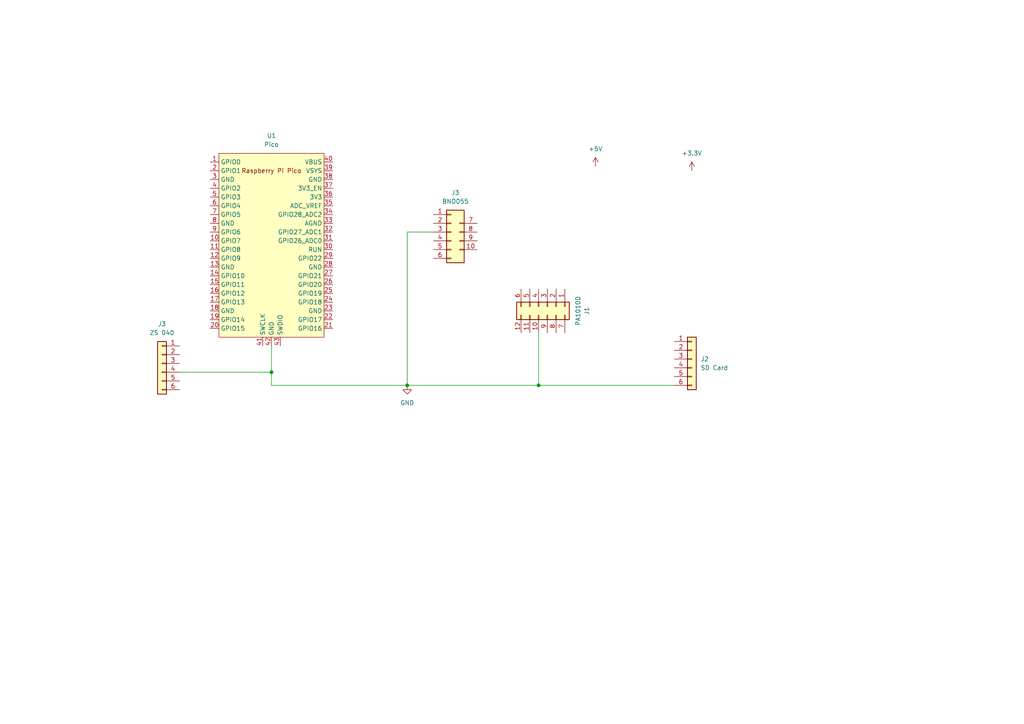
<source format=kicad_sch>
(kicad_sch (version 20211123) (generator eeschema)
  (paper "A4")
  (lib_symbols
    (symbol "Conn_02x06_Top_Bottom_1" (pin_names (offset 1.016) hide)
      (property "Reference" "J?" (at 1.27 11.43 0))
      (property "Value" "Conn_02x06_Top_Bottom_1" (at 1.27 8.89 0))
      (symbol "Conn_02x06_Top_Bottom_1_1_1"
        (rectangle (start -1.27 -7.493) (end 0 -7.747) (stroke (width 0.1524)))
        (rectangle (start -1.27 -4.953) (end 0 -5.207) (stroke (width 0.1524)))
        (rectangle (start -1.27 -2.413) (end 0 -2.667) (stroke (width 0.1524)))
        (rectangle (start -1.27 0.127) (end 0 -0.127) (stroke (width 0.1524)))
        (rectangle (start -1.27 2.667) (end 0 2.413) (stroke (width 0.1524)))
        (rectangle (start -1.27 5.207) (end 0 4.953) (stroke (width 0.1524)))
        (rectangle (start -1.27 6.35) (end 3.81 -8.89) (stroke (width 0.254)) (fill (type background)))
        (rectangle (start 3.81 -4.953) (end 2.54 -5.207) (stroke (width 0.1524)))
        (rectangle (start 3.81 -2.413) (end 2.54 -2.667) (stroke (width 0.1524)))
        (rectangle (start 3.81 0.127) (end 2.54 -0.127) (stroke (width 0.1524)))
        (rectangle (start 3.81 2.667) (end 2.54 2.413) (stroke (width 0.1524)))
        (pin passive line (at -5.08 5.08 0) (length 3.81) (name "Pin_1") (number "1"))
        (pin passive line (at 7.62 -5.08 180) (length 3.81) (name "Pin_10") (number "10"))
        (pin passive line (at -5.08 2.54 0) (length 3.81) (name "Pin_2") (number "2"))
        (pin passive line (at -5.08 0 0) (length 3.81) (name "Pin_3") (number "3"))
        (pin passive line (at -5.08 -2.54 0) (length 3.81) (name "Pin_4") (number "4"))
        (pin passive line (at -5.08 -5.08 0) (length 3.81) (name "Pin_5") (number "5"))
        (pin passive line (at -5.08 -7.62 0) (length 3.81) (name "Pin_6") (number "6"))
        (pin passive line (at 7.62 2.54 180) (length 3.81) (name "Pin_7") (number "7"))
        (pin passive line (at 7.62 0 180) (length 3.81) (name "Pin_8") (number "8"))
        (pin passive line (at 7.62 -2.54 180) (length 3.81) (name "Pin_9") (number "9"))
      )
    )
    (symbol "Connector_Generic:Conn_01x06" (pin_names (offset 1.016) hide)
      (property "Reference" "J" (at 0 7.62 0))
      (property "Value" "Conn_01x06" (at 0 -10.16 0))
      (symbol "Conn_01x06_1_1"
        (rectangle (start -1.27 -7.493) (end 0 -7.747) (stroke (width 0.1524)))
        (rectangle (start -1.27 -4.953) (end 0 -5.207) (stroke (width 0.1524)))
        (rectangle (start -1.27 -2.413) (end 0 -2.667) (stroke (width 0.1524)))
        (rectangle (start -1.27 0.127) (end 0 -0.127) (stroke (width 0.1524)))
        (rectangle (start -1.27 2.667) (end 0 2.413) (stroke (width 0.1524)))
        (rectangle (start -1.27 5.207) (end 0 4.953) (stroke (width 0.1524)))
        (rectangle (start -1.27 6.35) (end 1.27 -8.89) (stroke (width 0.254)) (fill (type background)))
        (pin passive line (at -5.08 5.08 0) (length 3.81) (name "Pin_1") (number "1"))
        (pin passive line (at -5.08 2.54 0) (length 3.81) (name "Pin_2") (number "2"))
        (pin passive line (at -5.08 0 0) (length 3.81) (name "Pin_3") (number "3"))
        (pin passive line (at -5.08 -2.54 0) (length 3.81) (name "Pin_4") (number "4"))
        (pin passive line (at -5.08 -5.08 0) (length 3.81) (name "Pin_5") (number "5"))
        (pin passive line (at -5.08 -7.62 0) (length 3.81) (name "Pin_6") (number "6"))
      )
    )
    (symbol "Connector_Generic:Conn_02x06_Top_Bottom" (pin_names (offset 1.016) hide)
      (property "Reference" "J" (at 1.27 7.62 0))
      (property "Value" "Conn_02x06_Top_Bottom" (at 1.27 -10.16 0))
      (symbol "Conn_02x06_Top_Bottom_1_1"
        (rectangle (start -1.27 -7.493) (end 0 -7.747) (stroke (width 0.1524)))
        (rectangle (start -1.27 -4.953) (end 0 -5.207) (stroke (width 0.1524)))
        (rectangle (start -1.27 -2.413) (end 0 -2.667) (stroke (width 0.1524)))
        (rectangle (start -1.27 0.127) (end 0 -0.127) (stroke (width 0.1524)))
        (rectangle (start -1.27 2.667) (end 0 2.413) (stroke (width 0.1524)))
        (rectangle (start -1.27 5.207) (end 0 4.953) (stroke (width 0.1524)))
        (rectangle (start -1.27 6.35) (end 3.81 -8.89) (stroke (width 0.254)) (fill (type background)))
        (rectangle (start 3.81 -7.493) (end 2.54 -7.747) (stroke (width 0.1524)))
        (rectangle (start 3.81 -4.953) (end 2.54 -5.207) (stroke (width 0.1524)))
        (rectangle (start 3.81 -2.413) (end 2.54 -2.667) (stroke (width 0.1524)))
        (rectangle (start 3.81 0.127) (end 2.54 -0.127) (stroke (width 0.1524)))
        (rectangle (start 3.81 2.667) (end 2.54 2.413) (stroke (width 0.1524)))
        (rectangle (start 3.81 5.207) (end 2.54 4.953) (stroke (width 0.1524)))
        (pin passive line (at -5.08 5.08 0) (length 3.81) (name "Pin_1") (number "1"))
        (pin passive line (at 7.62 -2.54 180) (length 3.81) (name "Pin_10") (number "10"))
        (pin passive line (at 7.62 -5.08 180) (length 3.81) (name "Pin_11") (number "11"))
        (pin passive line (at 7.62 -7.62 180) (length 3.81) (name "Pin_12") (number "12"))
        (pin passive line (at -5.08 2.54 0) (length 3.81) (name "Pin_2") (number "2"))
        (pin passive line (at -5.08 0 0) (length 3.81) (name "Pin_3") (number "3"))
        (pin passive line (at -5.08 -2.54 0) (length 3.81) (name "Pin_4") (number "4"))
        (pin passive line (at -5.08 -5.08 0) (length 3.81) (name "Pin_5") (number "5"))
        (pin passive line (at -5.08 -7.62 0) (length 3.81) (name "Pin_6") (number "6"))
        (pin passive line (at 7.62 5.08 180) (length 3.81) (name "Pin_7") (number "7"))
        (pin passive line (at 7.62 2.54 180) (length 3.81) (name "Pin_8") (number "8"))
        (pin passive line (at 7.62 0 180) (length 3.81) (name "Pin_9") (number "9"))
      )
    )
    (symbol "MCU_RaspberryPi_and_Boards:Pico"
      (property "Reference" "U" (at -13.97 27.94 0))
      (property "Value" "Pico" (at 0 19.05 0))
      (symbol "Pico_0_0"
        (text "Raspberry Pi Pico" (at 0 21.59 0) (effects (font (size 1.27 1.27))))
      )
      (symbol "Pico_0_1"
        (rectangle (start -15.24 26.67) (end 15.24 -26.67) (fill (type background)))
      )
      (symbol "Pico_1_1"
        (pin bidirectional line (at -17.78 24.13 0) (length 2.54) (name "GPIO0") (number "1"))
        (pin bidirectional line (at -17.78 1.27 0) (length 2.54) (name "GPIO7") (number "10"))
        (pin bidirectional line (at -17.78 -1.27 0) (length 2.54) (name "GPIO8") (number "11"))
        (pin bidirectional line (at -17.78 -3.81 0) (length 2.54) (name "GPIO9") (number "12"))
        (pin power_in line (at -17.78 -6.35 0) (length 2.54) (name "GND") (number "13"))
        (pin bidirectional line (at -17.78 -8.89 0) (length 2.54) (name "GPIO10") (number "14"))
        (pin bidirectional line (at -17.78 -11.43 0) (length 2.54) (name "GPIO11") (number "15"))
        (pin bidirectional line (at -17.78 -13.97 0) (length 2.54) (name "GPIO12") (number "16"))
        (pin bidirectional line (at -17.78 -16.51 0) (length 2.54) (name "GPIO13") (number "17"))
        (pin power_in line (at -17.78 -19.05 0) (length 2.54) (name "GND") (number "18"))
        (pin bidirectional line (at -17.78 -21.59 0) (length 2.54) (name "GPIO14") (number "19"))
        (pin bidirectional line (at -17.78 21.59 0) (length 2.54) (name "GPIO1") (number "2"))
        (pin bidirectional line (at -17.78 -24.13 0) (length 2.54) (name "GPIO15") (number "20"))
        (pin bidirectional line (at 17.78 -24.13 180) (length 2.54) (name "GPIO16") (number "21"))
        (pin bidirectional line (at 17.78 -21.59 180) (length 2.54) (name "GPIO17") (number "22"))
        (pin power_in line (at 17.78 -19.05 180) (length 2.54) (name "GND") (number "23"))
        (pin bidirectional line (at 17.78 -16.51 180) (length 2.54) (name "GPIO18") (number "24"))
        (pin bidirectional line (at 17.78 -13.97 180) (length 2.54) (name "GPIO19") (number "25"))
        (pin bidirectional line (at 17.78 -11.43 180) (length 2.54) (name "GPIO20") (number "26"))
        (pin bidirectional line (at 17.78 -8.89 180) (length 2.54) (name "GPIO21") (number "27"))
        (pin power_in line (at 17.78 -6.35 180) (length 2.54) (name "GND") (number "28"))
        (pin bidirectional line (at 17.78 -3.81 180) (length 2.54) (name "GPIO22") (number "29"))
        (pin power_in line (at -17.78 19.05 0) (length 2.54) (name "GND") (number "3"))
        (pin input line (at 17.78 -1.27 180) (length 2.54) (name "RUN") (number "30"))
        (pin bidirectional line (at 17.78 1.27 180) (length 2.54) (name "GPIO26_ADC0") (number "31"))
        (pin bidirectional line (at 17.78 3.81 180) (length 2.54) (name "GPIO27_ADC1") (number "32"))
        (pin power_in line (at 17.78 6.35 180) (length 2.54) (name "AGND") (number "33"))
        (pin bidirectional line (at 17.78 8.89 180) (length 2.54) (name "GPIO28_ADC2") (number "34"))
        (pin power_in line (at 17.78 11.43 180) (length 2.54) (name "ADC_VREF") (number "35"))
        (pin power_in line (at 17.78 13.97 180) (length 2.54) (name "3V3") (number "36"))
        (pin input line (at 17.78 16.51 180) (length 2.54) (name "3V3_EN") (number "37"))
        (pin bidirectional line (at 17.78 19.05 180) (length 2.54) (name "GND") (number "38"))
        (pin power_in line (at 17.78 21.59 180) (length 2.54) (name "VSYS") (number "39"))
        (pin bidirectional line (at -17.78 16.51 0) (length 2.54) (name "GPIO2") (number "4"))
        (pin power_in line (at 17.78 24.13 180) (length 2.54) (name "VBUS") (number "40"))
        (pin input line (at -2.54 -29.21 90) (length 2.54) (name "SWCLK") (number "41"))
        (pin power_in line (at 0 -29.21 90) (length 2.54) (name "GND") (number "42"))
        (pin bidirectional line (at 2.54 -29.21 90) (length 2.54) (name "SWDIO") (number "43"))
        (pin bidirectional line (at -17.78 13.97 0) (length 2.54) (name "GPIO3") (number "5"))
        (pin bidirectional line (at -17.78 11.43 0) (length 2.54) (name "GPIO4") (number "6"))
        (pin bidirectional line (at -17.78 8.89 0) (length 2.54) (name "GPIO5") (number "7"))
        (pin power_in line (at -17.78 6.35 0) (length 2.54) (name "GND") (number "8"))
        (pin bidirectional line (at -17.78 3.81 0) (length 2.54) (name "GPIO6") (number "9"))
      )
    )
    (symbol "power:+3.3V" (power) (pin_names (offset 0))
      (property "Value" "+3.3V" (at 0 3.556 0))
      (symbol "+3.3V_0_1"
        (polyline (pts (xy -0.762 1.27) (xy 0 2.54)))
        (polyline (pts (xy 0 0) (xy 0 2.54)))
        (polyline (pts (xy 0 2.54) (xy 0.762 1.27)))
      )
      (symbol "+3.3V_1_1"
        (pin power_in line (at 0 0 90) (length 0) hide (name "+3.3V") (number "1"))
      )
    )
    (symbol "power:+5V" (power) (pin_names (offset 0))
      (property "Value" "+5V" (at 0 3.556 0))
      (symbol "+5V_0_1"
        (polyline (pts (xy -0.762 1.27) (xy 0 2.54)))
        (polyline (pts (xy 0 0) (xy 0 2.54)))
        (polyline (pts (xy 0 2.54) (xy 0.762 1.27)))
      )
      (symbol "+5V_1_1"
        (pin power_in line (at 0 0 90) (length 0) hide (name "+5V") (number "1"))
      )
    )
    (symbol "power:GND" (power) (pin_names (offset 0))
      (property "Value" "GND" (at 0 -3.81 0))
      (symbol "GND_0_1"
        (polyline (pts (xy 0 0) (xy 0 -1.27) (xy 1.27 -1.27) (xy 0 -2.54) (xy -1.27 -1.27) (xy 0 -1.27)))
      )
      (symbol "GND_1_1"
        (pin power_in line (at 0 0 270) (length 0) hide (name "GND") (number "1"))
      )
    )
  )
  (junction (at 78.74 107.95))
  (junction (at 118.11 111.76))
  (junction (at 156.21 111.76))
  (wire (pts (xy 118.11 67.31) (xy 118.11 111.76)))
  (wire (pts (xy 118.11 111.76) (xy 156.21 111.76)))
  (wire (pts (xy 156.21 111.76) (xy 195.58 111.76)))
  (wire (pts (xy 78.74 100.33) (xy 78.74 107.95)))
  (wire (pts (xy 52.07 107.95) (xy 78.74 107.95)))
  (wire (pts (xy 156.21 96.52) (xy 156.21 111.76)))
  (wire (pts (xy 78.74 111.76) (xy 118.11 111.76)))
  (wire (pts (xy 78.74 107.95) (xy 78.74 111.76)))
  (wire (pts (xy 125.73 67.31) (xy 118.11 67.31)))
  (symbol (lib_id "Connector_Generic:Conn_01x06") (at 46.99 105.41 0) (mirror y) (unit 1)
    (property "Reference" "J3" (at 46.99 93.98 0))
    (property "Value" "ZS 040" (at 46.99 96.52 0))
  )
  (symbol (lib_id "power:GND") (at 118.11 111.76 0) (unit 1)
    (property "Reference" "#PWR?" (effects hide))
    (property "Value" "GND" (at 118.11 116.84 0))
  )
  (symbol (lib_name "Conn_02x06_Top_Bottom_1") (lib_id "Connector_Generic:Conn_02x06_Top_Bottom") (at 130.81 67.31 0) (unit 1)
    (property "Reference" "J3" (at 132.08 55.88 0))
    (property "Value" "BNO055" (at 132.08 58.42 0))
  )
  (symbol (lib_id "MCU_RaspberryPi_and_Boards:Pico") (at 78.74 71.12 0) (unit 1)
    (property "Reference" "U1" (at 78.74 39.37 0))
    (property "Value" "Pico" (at 78.74 41.91 0))
    (property "Footprint" "RPi_Pico:RPi_Pico_SMD_TH" (effects hide))
  )
  (symbol (lib_id "power:+5V") (at 172.72 48.26 0) (unit 1)
    (property "Reference" "#PWR?" (effects hide))
    (property "Value" "+5V" (at 172.72 43.18 0))
  )
  (symbol (lib_id "Connector_Generic:Conn_01x06") (at 200.66 104.14 0) (unit 1)
    (property "Reference" "J2" (at 203.2 104.1399 0) (effects (justify left)))
    (property "Value" "SD Card" (at 203.2 106.6799 0) (effects (justify left)))
  )
  (symbol (lib_id "Connector_Generic:Conn_02x06_Top_Bottom") (at 158.75 88.9 270) (unit 1)
    (property "Reference" "J1" (at 170.18 90.17 0))
    (property "Value" "PA1010D" (at 167.64 90.17 0))
  )
  (symbol (lib_id "power:+3.3V") (at 200.66 49.53 0) (unit 1)
    (property "Reference" "#PWR?" (effects hide))
    (property "Value" "+3.3V" (at 200.66 44.45 0))
  )
)
</source>
